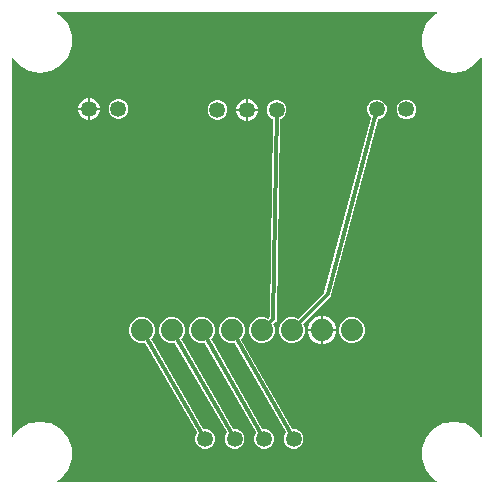
<source format=gbr>
G04 EAGLE Gerber RS-274X export*
G75*
%MOMM*%
%FSLAX34Y34*%
%LPD*%
%INTop Copper*%
%IPPOS*%
%AMOC8*
5,1,8,0,0,1.08239X$1,22.5*%
G01*
G04 Define Apertures*
%ADD10C,1.879600*%
%ADD11C,1.348000*%
%ADD12C,0.304800*%
G36*
X376214Y23382D02*
X375917Y23322D01*
X55884Y23322D01*
X55722Y23339D01*
X55444Y23461D01*
X55236Y23682D01*
X55131Y23967D01*
X55144Y24269D01*
X55275Y24543D01*
X55503Y24744D01*
X58472Y26458D01*
X64575Y33731D01*
X67822Y42653D01*
X67822Y52147D01*
X64575Y61069D01*
X58472Y68342D01*
X50250Y73089D01*
X40900Y74737D01*
X31550Y73089D01*
X23328Y68342D01*
X18168Y62192D01*
X17903Y61990D01*
X17608Y61920D01*
X17309Y61971D01*
X17054Y62134D01*
X16882Y62385D01*
X16822Y62682D01*
X16822Y382118D01*
X16895Y382443D01*
X17076Y382686D01*
X17338Y382839D01*
X17638Y382878D01*
X17930Y382797D01*
X18168Y382608D01*
X23328Y376458D01*
X31550Y371711D01*
X40900Y370063D01*
X50250Y371711D01*
X58472Y376458D01*
X64575Y383731D01*
X67822Y392653D01*
X67822Y402147D01*
X64575Y411069D01*
X58472Y418342D01*
X55503Y420056D01*
X55371Y420152D01*
X55192Y420397D01*
X55122Y420692D01*
X55173Y420991D01*
X55336Y421246D01*
X55586Y421418D01*
X55884Y421478D01*
X375917Y421478D01*
X376078Y421461D01*
X376356Y421339D01*
X376564Y421118D01*
X376669Y420834D01*
X376656Y420531D01*
X376525Y420257D01*
X376298Y420056D01*
X373328Y418342D01*
X367225Y411069D01*
X363978Y402147D01*
X363978Y392653D01*
X367225Y383731D01*
X373328Y376458D01*
X381550Y371711D01*
X390900Y370063D01*
X400250Y371711D01*
X408472Y376458D01*
X413632Y382608D01*
X413897Y382810D01*
X414192Y382880D01*
X414491Y382829D01*
X414746Y382666D01*
X414918Y382416D01*
X414978Y382118D01*
X414978Y62682D01*
X414905Y62357D01*
X414724Y62114D01*
X414462Y61961D01*
X414162Y61922D01*
X413870Y62003D01*
X413632Y62192D01*
X408472Y68342D01*
X400250Y73089D01*
X390900Y74737D01*
X381550Y73089D01*
X373328Y68342D01*
X367225Y61069D01*
X363978Y52147D01*
X363978Y42653D01*
X367225Y33731D01*
X373328Y26458D01*
X376298Y24744D01*
X376429Y24648D01*
X376608Y24403D01*
X376678Y24108D01*
X376627Y23809D01*
X376464Y23554D01*
X376214Y23382D01*
G37*
%LPC*%
G36*
X72908Y340106D02*
X81426Y340106D01*
X81426Y348624D01*
X80342Y348624D01*
X76931Y347211D01*
X74321Y344601D01*
X72908Y341190D01*
X72908Y340106D01*
G37*
G36*
X82950Y340106D02*
X91468Y340106D01*
X91468Y341190D01*
X90055Y344601D01*
X87445Y347211D01*
X84034Y348624D01*
X82950Y348624D01*
X82950Y340106D01*
G37*
G36*
X206728Y339344D02*
X215246Y339344D01*
X215246Y347862D01*
X214162Y347862D01*
X210751Y346449D01*
X208141Y343839D01*
X206728Y340428D01*
X206728Y339344D01*
G37*
G36*
X216770Y339344D02*
X225288Y339344D01*
X225288Y340428D01*
X223875Y343839D01*
X221265Y346449D01*
X217854Y347862D01*
X216770Y347862D01*
X216770Y339344D01*
G37*
G36*
X105544Y331080D02*
X108832Y331080D01*
X111869Y332338D01*
X114194Y334663D01*
X115452Y337700D01*
X115452Y340988D01*
X114194Y344025D01*
X111869Y346350D01*
X108832Y347608D01*
X105544Y347608D01*
X102507Y346350D01*
X100182Y344025D01*
X98924Y340988D01*
X98924Y337700D01*
X100182Y334663D01*
X102507Y332338D01*
X105544Y331080D01*
G37*
G36*
X349384Y330826D02*
X352672Y330826D01*
X355709Y332084D01*
X358034Y334409D01*
X359292Y337446D01*
X359292Y340734D01*
X358034Y343771D01*
X355709Y346096D01*
X352672Y347354D01*
X349384Y347354D01*
X346347Y346096D01*
X344022Y343771D01*
X342764Y340734D01*
X342764Y337446D01*
X344022Y334409D01*
X346347Y332084D01*
X349384Y330826D01*
G37*
G36*
X251827Y141155D02*
X256173Y141155D01*
X260187Y142818D01*
X263259Y145890D01*
X264922Y149904D01*
X264922Y154249D01*
X263817Y156918D01*
X263759Y157197D01*
X263814Y157495D01*
X263982Y157748D01*
X286053Y179819D01*
X286210Y179940D01*
X286871Y180323D01*
X286932Y180553D01*
X287130Y180896D01*
X287299Y181065D01*
X287299Y181828D01*
X287324Y182025D01*
X326829Y330260D01*
X327018Y330594D01*
X327268Y330766D01*
X327566Y330826D01*
X327672Y330826D01*
X330709Y332084D01*
X333034Y334409D01*
X334292Y337446D01*
X334292Y340734D01*
X333034Y343771D01*
X330709Y346096D01*
X327672Y347354D01*
X324384Y347354D01*
X321347Y346096D01*
X319022Y343771D01*
X317764Y340734D01*
X317764Y337446D01*
X319022Y334409D01*
X320768Y332663D01*
X320882Y332517D01*
X320983Y332231D01*
X320965Y331928D01*
X281569Y184101D01*
X281371Y183759D01*
X259671Y162059D01*
X259435Y161898D01*
X259139Y161836D01*
X258841Y161894D01*
X256173Y162999D01*
X251827Y162999D01*
X247813Y161336D01*
X244741Y158264D01*
X243078Y154249D01*
X243078Y149904D01*
X244741Y145890D01*
X247813Y142818D01*
X251827Y141155D01*
G37*
G36*
X226427Y141155D02*
X230773Y141155D01*
X234787Y142818D01*
X237859Y145890D01*
X239522Y149904D01*
X239522Y154249D01*
X238417Y156918D01*
X238359Y157197D01*
X238414Y157495D01*
X238582Y157748D01*
X240197Y159363D01*
X240206Y159372D01*
X241112Y160248D01*
X241112Y161509D01*
X241112Y161522D01*
X243919Y330347D01*
X243973Y330614D01*
X244138Y330868D01*
X244390Y331038D01*
X245689Y331576D01*
X248014Y333901D01*
X249272Y336938D01*
X249272Y340226D01*
X248014Y343263D01*
X245689Y345588D01*
X242652Y346846D01*
X239364Y346846D01*
X236327Y345588D01*
X234002Y343263D01*
X232744Y340226D01*
X232744Y336938D01*
X234002Y333901D01*
X236327Y331576D01*
X237354Y331151D01*
X237601Y330985D01*
X237769Y330732D01*
X237824Y330434D01*
X235042Y163132D01*
X234986Y162859D01*
X234819Y162606D01*
X234271Y162059D01*
X234035Y161898D01*
X233739Y161836D01*
X233441Y161894D01*
X230773Y162999D01*
X226427Y162999D01*
X222413Y161336D01*
X219341Y158264D01*
X217678Y154249D01*
X217678Y149904D01*
X219341Y145890D01*
X222413Y142818D01*
X226427Y141155D01*
G37*
G36*
X189364Y330318D02*
X192652Y330318D01*
X195689Y331576D01*
X198014Y333901D01*
X199272Y336938D01*
X199272Y340226D01*
X198014Y343263D01*
X195689Y345588D01*
X192652Y346846D01*
X189364Y346846D01*
X186327Y345588D01*
X184002Y343263D01*
X182744Y340226D01*
X182744Y336938D01*
X184002Y333901D01*
X186327Y331576D01*
X189364Y330318D01*
G37*
G36*
X82950Y330064D02*
X84034Y330064D01*
X87445Y331477D01*
X90055Y334087D01*
X91468Y337498D01*
X91468Y338582D01*
X82950Y338582D01*
X82950Y330064D01*
G37*
G36*
X80342Y330064D02*
X81426Y330064D01*
X81426Y338582D01*
X72908Y338582D01*
X72908Y337498D01*
X74321Y334087D01*
X76931Y331477D01*
X80342Y330064D01*
G37*
G36*
X216770Y329302D02*
X217854Y329302D01*
X221265Y330715D01*
X223875Y333325D01*
X225288Y336736D01*
X225288Y337820D01*
X216770Y337820D01*
X216770Y329302D01*
G37*
G36*
X214162Y329302D02*
X215246Y329302D01*
X215246Y337820D01*
X206728Y337820D01*
X206728Y336736D01*
X208141Y333325D01*
X210751Y330715D01*
X214162Y329302D01*
G37*
G36*
X267462Y152839D02*
X278638Y152839D01*
X278638Y164015D01*
X277025Y164015D01*
X272638Y162197D01*
X269279Y158839D01*
X267462Y154452D01*
X267462Y152839D01*
G37*
G36*
X280162Y152839D02*
X291338Y152839D01*
X291338Y154452D01*
X289521Y158839D01*
X286162Y162197D01*
X281775Y164015D01*
X280162Y164015D01*
X280162Y152839D01*
G37*
G36*
X302627Y141155D02*
X306973Y141155D01*
X310987Y142818D01*
X314059Y145890D01*
X315722Y149904D01*
X315722Y154249D01*
X314059Y158264D01*
X310987Y161336D01*
X306973Y162999D01*
X302627Y162999D01*
X298613Y161336D01*
X295541Y158264D01*
X293878Y154249D01*
X293878Y149904D01*
X295541Y145890D01*
X298613Y142818D01*
X302627Y141155D01*
G37*
G36*
X253880Y51680D02*
X257168Y51680D01*
X260205Y52938D01*
X262530Y55263D01*
X263788Y58300D01*
X263788Y61588D01*
X262530Y64625D01*
X260205Y66950D01*
X257168Y68208D01*
X254780Y68208D01*
X254589Y68232D01*
X254316Y68365D01*
X254117Y68594D01*
X211317Y143956D01*
X211218Y144321D01*
X211273Y144619D01*
X211441Y144872D01*
X212459Y145890D01*
X214122Y149904D01*
X214122Y154249D01*
X212459Y158264D01*
X209387Y161336D01*
X205373Y162999D01*
X201027Y162999D01*
X197013Y161336D01*
X193941Y158264D01*
X192278Y154249D01*
X192278Y149904D01*
X193941Y145890D01*
X197013Y142818D01*
X201027Y141155D01*
X205454Y141155D01*
X205645Y141131D01*
X205917Y140998D01*
X206117Y140769D01*
X248769Y65667D01*
X248868Y65303D01*
X248812Y65005D01*
X248645Y64752D01*
X248518Y64625D01*
X247260Y61588D01*
X247260Y58300D01*
X248518Y55263D01*
X250843Y52938D01*
X253880Y51680D01*
G37*
G36*
X228880Y51680D02*
X232168Y51680D01*
X235205Y52938D01*
X237530Y55263D01*
X238788Y58300D01*
X238788Y61588D01*
X237530Y64625D01*
X235205Y66950D01*
X232168Y68208D01*
X229749Y68208D01*
X229560Y68232D01*
X229287Y68364D01*
X229087Y68592D01*
X185945Y143981D01*
X185844Y144347D01*
X185900Y144645D01*
X186067Y144898D01*
X187059Y145890D01*
X188722Y149904D01*
X188722Y154249D01*
X187059Y158264D01*
X183987Y161336D01*
X179973Y162999D01*
X175627Y162999D01*
X171613Y161336D01*
X168541Y158264D01*
X166878Y154249D01*
X166878Y149904D01*
X168541Y145890D01*
X171613Y142818D01*
X175627Y141155D01*
X180097Y141155D01*
X180285Y141131D01*
X180558Y140999D01*
X180758Y140771D01*
X223747Y65649D01*
X223848Y65283D01*
X223792Y64985D01*
X223625Y64732D01*
X223518Y64625D01*
X222260Y61588D01*
X222260Y58300D01*
X223518Y55263D01*
X225843Y52938D01*
X228880Y51680D01*
G37*
G36*
X203880Y51680D02*
X207168Y51680D01*
X210205Y52938D01*
X212530Y55263D01*
X213788Y58300D01*
X213788Y61588D01*
X212530Y64625D01*
X210205Y66950D01*
X207168Y68208D01*
X204718Y68208D01*
X204532Y68231D01*
X204258Y68362D01*
X204057Y68589D01*
X160573Y144005D01*
X160471Y144374D01*
X160526Y144672D01*
X160694Y144925D01*
X161659Y145890D01*
X163322Y149904D01*
X163322Y154249D01*
X161659Y158264D01*
X158587Y161336D01*
X154573Y162999D01*
X150227Y162999D01*
X146213Y161336D01*
X143141Y158264D01*
X141478Y154249D01*
X141478Y149904D01*
X143141Y145890D01*
X146213Y142818D01*
X150227Y141155D01*
X154724Y141155D01*
X154724Y141146D01*
X154922Y141137D01*
X155196Y141006D01*
X155396Y140779D01*
X198726Y65631D01*
X198828Y65263D01*
X198772Y64965D01*
X198605Y64712D01*
X198518Y64625D01*
X197260Y61588D01*
X197260Y58300D01*
X198518Y55263D01*
X200843Y52938D01*
X203880Y51680D01*
G37*
G36*
X178880Y51680D02*
X182168Y51680D01*
X185205Y52938D01*
X187530Y55263D01*
X188788Y58300D01*
X188788Y61588D01*
X187530Y64625D01*
X185205Y66950D01*
X182168Y68208D01*
X179687Y68208D01*
X179503Y68230D01*
X179229Y68361D01*
X179028Y68587D01*
X135200Y144029D01*
X135097Y144400D01*
X135153Y144698D01*
X135320Y144951D01*
X136259Y145890D01*
X137922Y149904D01*
X137922Y154249D01*
X136259Y158264D01*
X133187Y161336D01*
X129173Y162999D01*
X124827Y162999D01*
X120813Y161336D01*
X117741Y158264D01*
X116078Y154249D01*
X116078Y149904D01*
X117741Y145890D01*
X120813Y142818D01*
X124827Y141155D01*
X129216Y141155D01*
X129251Y141165D01*
X129554Y141152D01*
X129828Y141021D01*
X130029Y140795D01*
X173705Y65614D01*
X173808Y65243D01*
X173753Y64945D01*
X173585Y64692D01*
X173518Y64625D01*
X172260Y61588D01*
X172260Y58300D01*
X173518Y55263D01*
X175843Y52938D01*
X178880Y51680D01*
G37*
G36*
X280162Y140139D02*
X281775Y140139D01*
X286162Y141956D01*
X289521Y145315D01*
X291338Y149702D01*
X291338Y151315D01*
X280162Y151315D01*
X280162Y140139D01*
G37*
G36*
X277025Y140139D02*
X278638Y140139D01*
X278638Y151315D01*
X267462Y151315D01*
X267462Y149702D01*
X269279Y145315D01*
X272638Y141956D01*
X277025Y140139D01*
G37*
%LPD*%
D10*
X127000Y152077D03*
X152400Y152077D03*
X177800Y152077D03*
X203200Y152077D03*
X228600Y152077D03*
X254000Y152077D03*
X279400Y152077D03*
X304800Y152077D03*
D11*
X107188Y339344D03*
X82188Y339344D03*
X351028Y339090D03*
X326028Y339090D03*
X255524Y59944D03*
X230524Y59944D03*
X205524Y59944D03*
X180524Y59944D03*
X191008Y338582D03*
X216008Y338582D03*
X241008Y338582D03*
D12*
X326028Y339090D02*
X284251Y182327D01*
X254000Y152077D01*
X238064Y161540D02*
X241008Y338582D01*
X238064Y161540D02*
X228600Y152077D01*
X203200Y152077D02*
X255524Y59944D01*
X230524Y59944D02*
X177800Y152077D01*
X152400Y152077D02*
X205524Y59944D01*
X180524Y59944D02*
X127000Y152077D01*
M02*

</source>
